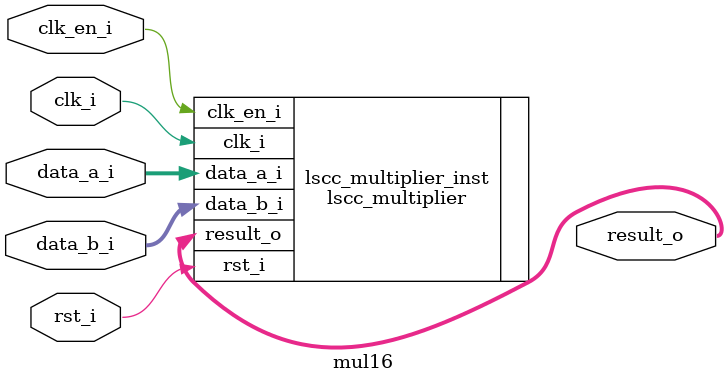
<source format=v>
/*******************************************************************************
    Verilog netlist generated by IPGEN Radiant
    Soft IP Version: 1.0.0
    Fri Mar 09 14:39:18 2018
*******************************************************************************/
/*******************************************************************************
    Include IP core template files.
*******************************************************************************/
`include "core/lscc_multiplier.v"
/*******************************************************************************
    Wrapper Module generated per user settings.
*******************************************************************************/
module mul16 (clk_i, clk_en_i, rst_i, data_a_i, data_b_i, result_o);
    input  clk_i;
    input  clk_en_i;
    input  rst_i;
    input  [15:0]  data_a_i;
    input  [15:0]  data_b_i;
    output  [31:0]  result_o;
    lscc_multiplier #(.USE_COEFF(0),
        .COEFF(2),
        .A_WIDTH(16),
        .B_WIDTH(16),
        .A_SIGNED("on"),
        .B_SIGNED("on"),
        .USE_IREG("off"),
        .USE_OREG("on"),
        .PIPELINES(0),
        .IMPL("DSP"))
    lscc_multiplier_inst(.clk_i(clk_i),
        .clk_en_i(clk_en_i),
        .rst_i(rst_i),
        .data_a_i(data_a_i),
        .data_b_i(data_b_i),
        .result_o(result_o));
endmodule
</source>
